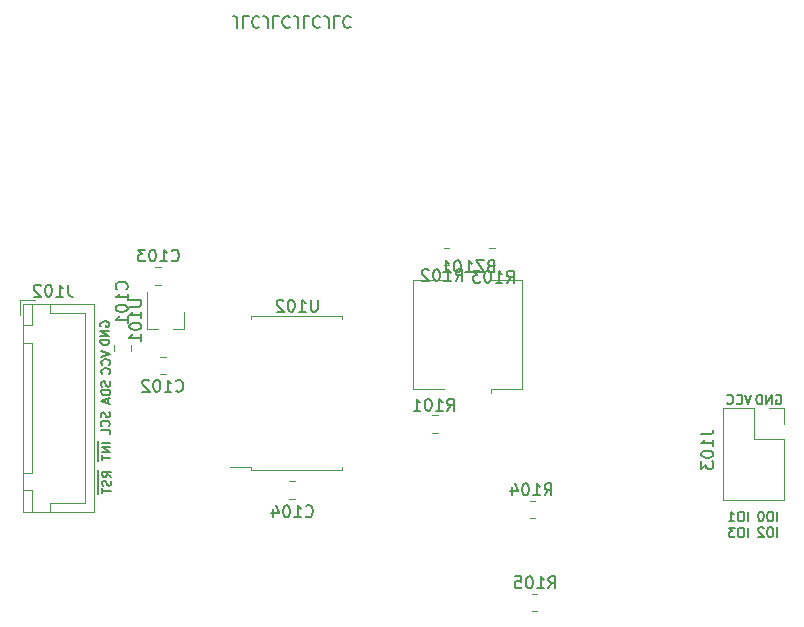
<source format=gbr>
%TF.GenerationSoftware,KiCad,Pcbnew,(5.1.8)-1*%
%TF.CreationDate,2021-01-01T19:26:51+01:00*%
%TF.ProjectId,Panel,50616e65-6c2e-46b6-9963-61645f706362,2*%
%TF.SameCoordinates,Original*%
%TF.FileFunction,Legend,Bot*%
%TF.FilePolarity,Positive*%
%FSLAX46Y46*%
G04 Gerber Fmt 4.6, Leading zero omitted, Abs format (unit mm)*
G04 Created by KiCad (PCBNEW (5.1.8)-1) date 2021-01-01 19:26:51*
%MOMM*%
%LPD*%
G01*
G04 APERTURE LIST*
%ADD10C,0.150000*%
%ADD11C,0.120000*%
G04 APERTURE END LIST*
D10*
X88446552Y-69191119D02*
X88446552Y-68476833D01*
X88398933Y-68333976D01*
X88303695Y-68238738D01*
X88160838Y-68191119D01*
X88065600Y-68191119D01*
X89398933Y-68191119D02*
X88922742Y-68191119D01*
X88922742Y-69191119D01*
X90303695Y-68286357D02*
X90256076Y-68238738D01*
X90113219Y-68191119D01*
X90017980Y-68191119D01*
X89875123Y-68238738D01*
X89779885Y-68333976D01*
X89732266Y-68429214D01*
X89684647Y-68619690D01*
X89684647Y-68762547D01*
X89732266Y-68953023D01*
X89779885Y-69048261D01*
X89875123Y-69143500D01*
X90017980Y-69191119D01*
X90113219Y-69191119D01*
X90256076Y-69143500D01*
X90303695Y-69095880D01*
X91017980Y-69191119D02*
X91017980Y-68476833D01*
X90970361Y-68333976D01*
X90875123Y-68238738D01*
X90732266Y-68191119D01*
X90637028Y-68191119D01*
X91970361Y-68191119D02*
X91494171Y-68191119D01*
X91494171Y-69191119D01*
X92875123Y-68286357D02*
X92827504Y-68238738D01*
X92684647Y-68191119D01*
X92589409Y-68191119D01*
X92446552Y-68238738D01*
X92351314Y-68333976D01*
X92303695Y-68429214D01*
X92256076Y-68619690D01*
X92256076Y-68762547D01*
X92303695Y-68953023D01*
X92351314Y-69048261D01*
X92446552Y-69143500D01*
X92589409Y-69191119D01*
X92684647Y-69191119D01*
X92827504Y-69143500D01*
X92875123Y-69095880D01*
X93589409Y-69191119D02*
X93589409Y-68476833D01*
X93541790Y-68333976D01*
X93446552Y-68238738D01*
X93303695Y-68191119D01*
X93208457Y-68191119D01*
X94541790Y-68191119D02*
X94065600Y-68191119D01*
X94065600Y-69191119D01*
X95446552Y-68286357D02*
X95398933Y-68238738D01*
X95256076Y-68191119D01*
X95160838Y-68191119D01*
X95017980Y-68238738D01*
X94922742Y-68333976D01*
X94875123Y-68429214D01*
X94827504Y-68619690D01*
X94827504Y-68762547D01*
X94875123Y-68953023D01*
X94922742Y-69048261D01*
X95017980Y-69143500D01*
X95160838Y-69191119D01*
X95256076Y-69191119D01*
X95398933Y-69143500D01*
X95446552Y-69095880D01*
X96160838Y-69191119D02*
X96160838Y-68476833D01*
X96113219Y-68333976D01*
X96017980Y-68238738D01*
X95875123Y-68191119D01*
X95779885Y-68191119D01*
X97113219Y-68191119D02*
X96637028Y-68191119D01*
X96637028Y-69191119D01*
X98017980Y-68286357D02*
X97970361Y-68238738D01*
X97827504Y-68191119D01*
X97732266Y-68191119D01*
X97589409Y-68238738D01*
X97494171Y-68333976D01*
X97446552Y-68429214D01*
X97398933Y-68619690D01*
X97398933Y-68762547D01*
X97446552Y-68953023D01*
X97494171Y-69048261D01*
X97589409Y-69143500D01*
X97732266Y-69191119D01*
X97827504Y-69191119D01*
X97970361Y-69143500D01*
X98017980Y-69095880D01*
X134045883Y-100275440D02*
X134122074Y-100237344D01*
X134236360Y-100237344D01*
X134350645Y-100275440D01*
X134426836Y-100351630D01*
X134464931Y-100427820D01*
X134503026Y-100580201D01*
X134503026Y-100694487D01*
X134464931Y-100846868D01*
X134426836Y-100923059D01*
X134350645Y-100999249D01*
X134236360Y-101037344D01*
X134160169Y-101037344D01*
X134045883Y-100999249D01*
X134007788Y-100961154D01*
X134007788Y-100694487D01*
X134160169Y-100694487D01*
X133664931Y-101037344D02*
X133664931Y-100237344D01*
X133207788Y-101037344D01*
X133207788Y-100237344D01*
X132826836Y-101037344D02*
X132826836Y-100237344D01*
X132636360Y-100237344D01*
X132522074Y-100275440D01*
X132445883Y-100351630D01*
X132407788Y-100427820D01*
X132369693Y-100580201D01*
X132369693Y-100694487D01*
X132407788Y-100846868D01*
X132445883Y-100923059D01*
X132522074Y-100999249D01*
X132636360Y-101037344D01*
X132826836Y-101037344D01*
X76674040Y-106622262D02*
X76674040Y-107372262D01*
X77748325Y-107229405D02*
X77391182Y-106979405D01*
X77748325Y-106800834D02*
X76998325Y-106800834D01*
X76998325Y-107086548D01*
X77034040Y-107157977D01*
X77069754Y-107193691D01*
X77141182Y-107229405D01*
X77248325Y-107229405D01*
X77319754Y-107193691D01*
X77355468Y-107157977D01*
X77391182Y-107086548D01*
X77391182Y-106800834D01*
X76674040Y-107372262D02*
X76674040Y-108086548D01*
X77712611Y-107515120D02*
X77748325Y-107622262D01*
X77748325Y-107800834D01*
X77712611Y-107872262D01*
X77676897Y-107907977D01*
X77605468Y-107943691D01*
X77534040Y-107943691D01*
X77462611Y-107907977D01*
X77426897Y-107872262D01*
X77391182Y-107800834D01*
X77355468Y-107657977D01*
X77319754Y-107586548D01*
X77284040Y-107550834D01*
X77212611Y-107515120D01*
X77141182Y-107515120D01*
X77069754Y-107550834D01*
X77034040Y-107586548D01*
X76998325Y-107657977D01*
X76998325Y-107836548D01*
X77034040Y-107943691D01*
X76674040Y-108086548D02*
X76674040Y-108657977D01*
X76998325Y-108157977D02*
X76998325Y-108586548D01*
X77748325Y-108372262D02*
X76998325Y-108372262D01*
X76618160Y-104171857D02*
X76618160Y-104529000D01*
X77692445Y-104350428D02*
X76942445Y-104350428D01*
X76618160Y-104529000D02*
X76618160Y-105314714D01*
X77692445Y-104707571D02*
X76942445Y-104707571D01*
X77692445Y-105136142D01*
X76942445Y-105136142D01*
X76618160Y-105314714D02*
X76618160Y-105886142D01*
X76942445Y-105386142D02*
X76942445Y-105814714D01*
X77692445Y-105600428D02*
X76942445Y-105600428D01*
X76881640Y-94470291D02*
X76845925Y-94398862D01*
X76845925Y-94291720D01*
X76881640Y-94184577D01*
X76953068Y-94113148D01*
X77024497Y-94077434D01*
X77167354Y-94041720D01*
X77274497Y-94041720D01*
X77417354Y-94077434D01*
X77488782Y-94113148D01*
X77560211Y-94184577D01*
X77595925Y-94291720D01*
X77595925Y-94363148D01*
X77560211Y-94470291D01*
X77524497Y-94506005D01*
X77274497Y-94506005D01*
X77274497Y-94363148D01*
X77595925Y-94827434D02*
X76845925Y-94827434D01*
X77595925Y-95256005D01*
X76845925Y-95256005D01*
X77595925Y-95613148D02*
X76845925Y-95613148D01*
X76845925Y-95791720D01*
X76881640Y-95898862D01*
X76953068Y-95970291D01*
X77024497Y-96006005D01*
X77167354Y-96041720D01*
X77274497Y-96041720D01*
X77417354Y-96006005D01*
X77488782Y-95970291D01*
X77560211Y-95898862D01*
X77595925Y-95791720D01*
X77595925Y-95613148D01*
X77626251Y-99124645D02*
X77661965Y-99231788D01*
X77661965Y-99410360D01*
X77626251Y-99481788D01*
X77590537Y-99517502D01*
X77519108Y-99553217D01*
X77447680Y-99553217D01*
X77376251Y-99517502D01*
X77340537Y-99481788D01*
X77304822Y-99410360D01*
X77269108Y-99267502D01*
X77233394Y-99196074D01*
X77197680Y-99160360D01*
X77126251Y-99124645D01*
X77054822Y-99124645D01*
X76983394Y-99160360D01*
X76947680Y-99196074D01*
X76911965Y-99267502D01*
X76911965Y-99446074D01*
X76947680Y-99553217D01*
X77661965Y-99874645D02*
X76911965Y-99874645D01*
X76911965Y-100053217D01*
X76947680Y-100160360D01*
X77019108Y-100231788D01*
X77090537Y-100267502D01*
X77233394Y-100303217D01*
X77340537Y-100303217D01*
X77483394Y-100267502D01*
X77554822Y-100231788D01*
X77626251Y-100160360D01*
X77661965Y-100053217D01*
X77661965Y-99874645D01*
X77447680Y-100588931D02*
X77447680Y-100946074D01*
X77661965Y-100517502D02*
X76911965Y-100767502D01*
X77661965Y-101017502D01*
X134165240Y-112287004D02*
X134165240Y-111487004D01*
X133631906Y-111487004D02*
X133479525Y-111487004D01*
X133403335Y-111525100D01*
X133327144Y-111601290D01*
X133289049Y-111753671D01*
X133289049Y-112020338D01*
X133327144Y-112172719D01*
X133403335Y-112248909D01*
X133479525Y-112287004D01*
X133631906Y-112287004D01*
X133708097Y-112248909D01*
X133784287Y-112172719D01*
X133822382Y-112020338D01*
X133822382Y-111753671D01*
X133784287Y-111601290D01*
X133708097Y-111525100D01*
X133631906Y-111487004D01*
X132984287Y-111563195D02*
X132946192Y-111525100D01*
X132870001Y-111487004D01*
X132679525Y-111487004D01*
X132603335Y-111525100D01*
X132565240Y-111563195D01*
X132527144Y-111639385D01*
X132527144Y-111715576D01*
X132565240Y-111829861D01*
X133022382Y-112287004D01*
X132527144Y-112287004D01*
X131676040Y-110938264D02*
X131676040Y-110138264D01*
X131142706Y-110138264D02*
X130990325Y-110138264D01*
X130914135Y-110176360D01*
X130837944Y-110252550D01*
X130799849Y-110404931D01*
X130799849Y-110671598D01*
X130837944Y-110823979D01*
X130914135Y-110900169D01*
X130990325Y-110938264D01*
X131142706Y-110938264D01*
X131218897Y-110900169D01*
X131295087Y-110823979D01*
X131333182Y-110671598D01*
X131333182Y-110404931D01*
X131295087Y-110252550D01*
X131218897Y-110176360D01*
X131142706Y-110138264D01*
X130037944Y-110938264D02*
X130495087Y-110938264D01*
X130266516Y-110938264D02*
X130266516Y-110138264D01*
X130342706Y-110252550D01*
X130418897Y-110328740D01*
X130495087Y-110366836D01*
X131686200Y-112299704D02*
X131686200Y-111499704D01*
X131152866Y-111499704D02*
X131000485Y-111499704D01*
X130924295Y-111537800D01*
X130848104Y-111613990D01*
X130810009Y-111766371D01*
X130810009Y-112033038D01*
X130848104Y-112185419D01*
X130924295Y-112261609D01*
X131000485Y-112299704D01*
X131152866Y-112299704D01*
X131229057Y-112261609D01*
X131305247Y-112185419D01*
X131343342Y-112033038D01*
X131343342Y-111766371D01*
X131305247Y-111613990D01*
X131229057Y-111537800D01*
X131152866Y-111499704D01*
X130543342Y-111499704D02*
X130048104Y-111499704D01*
X130314771Y-111804466D01*
X130200485Y-111804466D01*
X130124295Y-111842561D01*
X130086200Y-111880657D01*
X130048104Y-111956847D01*
X130048104Y-112147323D01*
X130086200Y-112223514D01*
X130124295Y-112261609D01*
X130200485Y-112299704D01*
X130429057Y-112299704D01*
X130505247Y-112261609D01*
X130543342Y-112223514D01*
X131963026Y-100232264D02*
X131696360Y-101032264D01*
X131429693Y-100232264D01*
X130705883Y-100956074D02*
X130743979Y-100994169D01*
X130858264Y-101032264D01*
X130934455Y-101032264D01*
X131048740Y-100994169D01*
X131124931Y-100917979D01*
X131163026Y-100841788D01*
X131201121Y-100689407D01*
X131201121Y-100575121D01*
X131163026Y-100422740D01*
X131124931Y-100346550D01*
X131048740Y-100270360D01*
X130934455Y-100232264D01*
X130858264Y-100232264D01*
X130743979Y-100270360D01*
X130705883Y-100308455D01*
X129905883Y-100956074D02*
X129943979Y-100994169D01*
X130058264Y-101032264D01*
X130134455Y-101032264D01*
X130248740Y-100994169D01*
X130324931Y-100917979D01*
X130363026Y-100841788D01*
X130401121Y-100689407D01*
X130401121Y-100575121D01*
X130363026Y-100422740D01*
X130324931Y-100346550D01*
X130248740Y-100270360D01*
X130134455Y-100232264D01*
X130058264Y-100232264D01*
X129943979Y-100270360D01*
X129905883Y-100308455D01*
X76911965Y-96536000D02*
X77661965Y-96786000D01*
X76911965Y-97036000D01*
X77590537Y-97714571D02*
X77626251Y-97678857D01*
X77661965Y-97571714D01*
X77661965Y-97500285D01*
X77626251Y-97393142D01*
X77554822Y-97321714D01*
X77483394Y-97286000D01*
X77340537Y-97250285D01*
X77233394Y-97250285D01*
X77090537Y-97286000D01*
X77019108Y-97321714D01*
X76947680Y-97393142D01*
X76911965Y-97500285D01*
X76911965Y-97571714D01*
X76947680Y-97678857D01*
X76983394Y-97714571D01*
X77590537Y-98464571D02*
X77626251Y-98428857D01*
X77661965Y-98321714D01*
X77661965Y-98250285D01*
X77626251Y-98143142D01*
X77554822Y-98071714D01*
X77483394Y-98036000D01*
X77340537Y-98000285D01*
X77233394Y-98000285D01*
X77090537Y-98036000D01*
X77019108Y-98071714D01*
X76947680Y-98143142D01*
X76911965Y-98250285D01*
X76911965Y-98321714D01*
X76947680Y-98428857D01*
X76983394Y-98464571D01*
X134165240Y-110938264D02*
X134165240Y-110138264D01*
X133631906Y-110138264D02*
X133479525Y-110138264D01*
X133403335Y-110176360D01*
X133327144Y-110252550D01*
X133289049Y-110404931D01*
X133289049Y-110671598D01*
X133327144Y-110823979D01*
X133403335Y-110900169D01*
X133479525Y-110938264D01*
X133631906Y-110938264D01*
X133708097Y-110900169D01*
X133784287Y-110823979D01*
X133822382Y-110671598D01*
X133822382Y-110404931D01*
X133784287Y-110252550D01*
X133708097Y-110176360D01*
X133631906Y-110138264D01*
X132793811Y-110138264D02*
X132717620Y-110138264D01*
X132641430Y-110176360D01*
X132603335Y-110214455D01*
X132565240Y-110290645D01*
X132527144Y-110443026D01*
X132527144Y-110633502D01*
X132565240Y-110785883D01*
X132603335Y-110862074D01*
X132641430Y-110900169D01*
X132717620Y-110938264D01*
X132793811Y-110938264D01*
X132870001Y-110900169D01*
X132908097Y-110862074D01*
X132946192Y-110785883D01*
X132984287Y-110633502D01*
X132984287Y-110443026D01*
X132946192Y-110290645D01*
X132908097Y-110214455D01*
X132870001Y-110176360D01*
X132793811Y-110138264D01*
X77595771Y-101723142D02*
X77631485Y-101830285D01*
X77631485Y-102008857D01*
X77595771Y-102080285D01*
X77560057Y-102116000D01*
X77488628Y-102151714D01*
X77417200Y-102151714D01*
X77345771Y-102116000D01*
X77310057Y-102080285D01*
X77274342Y-102008857D01*
X77238628Y-101866000D01*
X77202914Y-101794571D01*
X77167200Y-101758857D01*
X77095771Y-101723142D01*
X77024342Y-101723142D01*
X76952914Y-101758857D01*
X76917200Y-101794571D01*
X76881485Y-101866000D01*
X76881485Y-102044571D01*
X76917200Y-102151714D01*
X77560057Y-102901714D02*
X77595771Y-102866000D01*
X77631485Y-102758857D01*
X77631485Y-102687428D01*
X77595771Y-102580285D01*
X77524342Y-102508857D01*
X77452914Y-102473142D01*
X77310057Y-102437428D01*
X77202914Y-102437428D01*
X77060057Y-102473142D01*
X76988628Y-102508857D01*
X76917200Y-102580285D01*
X76881485Y-102687428D01*
X76881485Y-102758857D01*
X76917200Y-102866000D01*
X76952914Y-102901714D01*
X77631485Y-103580285D02*
X77631485Y-103223142D01*
X76881485Y-103223142D01*
D11*
%TO.C,U101*%
X83926800Y-94689200D02*
X83926800Y-93229200D01*
X80766800Y-94689200D02*
X80766800Y-91529200D01*
X80766800Y-94689200D02*
X81696800Y-94689200D01*
X83926800Y-94689200D02*
X82996800Y-94689200D01*
%TO.C,R103*%
X110234464Y-87809400D02*
X109780336Y-87809400D01*
X110234464Y-89279400D02*
X109780336Y-89279400D01*
%TO.C,R102*%
X106389664Y-87809400D02*
X105935536Y-87809400D01*
X106389664Y-89279400D02*
X105935536Y-89279400D01*
%TO.C,J102*%
X70311000Y-92537600D02*
X76281000Y-92537600D01*
X76281000Y-92537600D02*
X76281000Y-110157600D01*
X76281000Y-110157600D02*
X70311000Y-110157600D01*
X70311000Y-110157600D02*
X70311000Y-92537600D01*
X70321000Y-95847600D02*
X71071000Y-95847600D01*
X71071000Y-95847600D02*
X71071000Y-106847600D01*
X71071000Y-106847600D02*
X70321000Y-106847600D01*
X70321000Y-106847600D02*
X70321000Y-95847600D01*
X70321000Y-92547600D02*
X71071000Y-92547600D01*
X71071000Y-92547600D02*
X71071000Y-94347600D01*
X71071000Y-94347600D02*
X70321000Y-94347600D01*
X70321000Y-94347600D02*
X70321000Y-92547600D01*
X70321000Y-108347600D02*
X71071000Y-108347600D01*
X71071000Y-108347600D02*
X71071000Y-110147600D01*
X71071000Y-110147600D02*
X70321000Y-110147600D01*
X70321000Y-110147600D02*
X70321000Y-108347600D01*
X72571000Y-92547600D02*
X72571000Y-93297600D01*
X72571000Y-93297600D02*
X75521000Y-93297600D01*
X75521000Y-93297600D02*
X75521000Y-101347600D01*
X72571000Y-110147600D02*
X72571000Y-109397600D01*
X72571000Y-109397600D02*
X75521000Y-109397600D01*
X75521000Y-109397600D02*
X75521000Y-101347600D01*
X70021000Y-93497600D02*
X70021000Y-92247600D01*
X70021000Y-92247600D02*
X71271000Y-92247600D01*
%TO.C,C101*%
X79449600Y-96578052D02*
X79449600Y-96055548D01*
X77979600Y-96578052D02*
X77979600Y-96055548D01*
%TO.C,BZ101*%
X109884600Y-99758400D02*
X112534600Y-99758400D01*
X112534600Y-99758400D02*
X112534600Y-90538400D01*
X112534600Y-90538400D02*
X109884600Y-90538400D01*
X105964600Y-90538400D02*
X103314600Y-90538400D01*
X103314600Y-90538400D02*
X103314600Y-99758400D01*
X103314600Y-99758400D02*
X105964600Y-99758400D01*
X109884600Y-99758400D02*
X109884600Y-100088400D01*
%TO.C,R101*%
X104928936Y-103478000D02*
X105383064Y-103478000D01*
X104928936Y-102008000D02*
X105383064Y-102008000D01*
%TO.C,U102*%
X89612000Y-106351000D02*
X87797000Y-106351000D01*
X89612000Y-106586000D02*
X89612000Y-106351000D01*
X93472000Y-106586000D02*
X89612000Y-106586000D01*
X97332000Y-106586000D02*
X97332000Y-106351000D01*
X93472000Y-106586000D02*
X97332000Y-106586000D01*
X89612000Y-93566000D02*
X89612000Y-93801000D01*
X93472000Y-93566000D02*
X89612000Y-93566000D01*
X97332000Y-93566000D02*
X97332000Y-93801000D01*
X93472000Y-93566000D02*
X97332000Y-93566000D01*
%TO.C,C104*%
X93326852Y-107570600D02*
X92804348Y-107570600D01*
X93326852Y-109040600D02*
X92804348Y-109040600D01*
%TO.C,C103*%
X82011152Y-89460400D02*
X81488648Y-89460400D01*
X82011152Y-90930400D02*
X81488648Y-90930400D01*
%TO.C,C102*%
X81856948Y-98499600D02*
X82379452Y-98499600D01*
X81856948Y-97029600D02*
X82379452Y-97029600D01*
%TO.C,R104*%
X113183936Y-110691600D02*
X113638064Y-110691600D01*
X113183936Y-109221600D02*
X113638064Y-109221600D01*
%TO.C,J103*%
X134743500Y-109153000D02*
X129543500Y-109153000D01*
X134743500Y-104013000D02*
X134743500Y-109153000D01*
X129543500Y-101413000D02*
X129543500Y-109153000D01*
X134743500Y-104013000D02*
X132143500Y-104013000D01*
X132143500Y-104013000D02*
X132143500Y-101413000D01*
X132143500Y-101413000D02*
X129543500Y-101413000D01*
X134743500Y-102743000D02*
X134743500Y-101413000D01*
X134743500Y-101413000D02*
X133413500Y-101413000D01*
%TO.C,R105*%
X113361736Y-118591000D02*
X113815864Y-118591000D01*
X113361736Y-117121000D02*
X113815864Y-117121000D01*
%TO.C,U101*%
D10*
X79299180Y-92214914D02*
X80108704Y-92214914D01*
X80203942Y-92262533D01*
X80251561Y-92310152D01*
X80299180Y-92405390D01*
X80299180Y-92595866D01*
X80251561Y-92691104D01*
X80203942Y-92738723D01*
X80108704Y-92786342D01*
X79299180Y-92786342D01*
X80299180Y-93786342D02*
X80299180Y-93214914D01*
X80299180Y-93500628D02*
X79299180Y-93500628D01*
X79442038Y-93405390D01*
X79537276Y-93310152D01*
X79584895Y-93214914D01*
X79299180Y-94405390D02*
X79299180Y-94500628D01*
X79346800Y-94595866D01*
X79394419Y-94643485D01*
X79489657Y-94691104D01*
X79680133Y-94738723D01*
X79918228Y-94738723D01*
X80108704Y-94691104D01*
X80203942Y-94643485D01*
X80251561Y-94595866D01*
X80299180Y-94500628D01*
X80299180Y-94405390D01*
X80251561Y-94310152D01*
X80203942Y-94262533D01*
X80108704Y-94214914D01*
X79918228Y-94167295D01*
X79680133Y-94167295D01*
X79489657Y-94214914D01*
X79394419Y-94262533D01*
X79346800Y-94310152D01*
X79299180Y-94405390D01*
X80299180Y-95691104D02*
X80299180Y-95119676D01*
X80299180Y-95405390D02*
X79299180Y-95405390D01*
X79442038Y-95310152D01*
X79537276Y-95214914D01*
X79584895Y-95119676D01*
%TO.C,R103*%
X111253447Y-90749380D02*
X111586780Y-90273190D01*
X111824876Y-90749380D02*
X111824876Y-89749380D01*
X111443923Y-89749380D01*
X111348685Y-89797000D01*
X111301066Y-89844619D01*
X111253447Y-89939857D01*
X111253447Y-90082714D01*
X111301066Y-90177952D01*
X111348685Y-90225571D01*
X111443923Y-90273190D01*
X111824876Y-90273190D01*
X110301066Y-90749380D02*
X110872495Y-90749380D01*
X110586780Y-90749380D02*
X110586780Y-89749380D01*
X110682019Y-89892238D01*
X110777257Y-89987476D01*
X110872495Y-90035095D01*
X109682019Y-89749380D02*
X109586780Y-89749380D01*
X109491542Y-89797000D01*
X109443923Y-89844619D01*
X109396304Y-89939857D01*
X109348685Y-90130333D01*
X109348685Y-90368428D01*
X109396304Y-90558904D01*
X109443923Y-90654142D01*
X109491542Y-90701761D01*
X109586780Y-90749380D01*
X109682019Y-90749380D01*
X109777257Y-90701761D01*
X109824876Y-90654142D01*
X109872495Y-90558904D01*
X109920114Y-90368428D01*
X109920114Y-90130333D01*
X109872495Y-89939857D01*
X109824876Y-89844619D01*
X109777257Y-89797000D01*
X109682019Y-89749380D01*
X109015352Y-89749380D02*
X108396304Y-89749380D01*
X108729638Y-90130333D01*
X108586780Y-90130333D01*
X108491542Y-90177952D01*
X108443923Y-90225571D01*
X108396304Y-90320809D01*
X108396304Y-90558904D01*
X108443923Y-90654142D01*
X108491542Y-90701761D01*
X108586780Y-90749380D01*
X108872495Y-90749380D01*
X108967733Y-90701761D01*
X109015352Y-90654142D01*
%TO.C,R102*%
X106910047Y-90622380D02*
X107243380Y-90146190D01*
X107481476Y-90622380D02*
X107481476Y-89622380D01*
X107100523Y-89622380D01*
X107005285Y-89670000D01*
X106957666Y-89717619D01*
X106910047Y-89812857D01*
X106910047Y-89955714D01*
X106957666Y-90050952D01*
X107005285Y-90098571D01*
X107100523Y-90146190D01*
X107481476Y-90146190D01*
X105957666Y-90622380D02*
X106529095Y-90622380D01*
X106243380Y-90622380D02*
X106243380Y-89622380D01*
X106338619Y-89765238D01*
X106433857Y-89860476D01*
X106529095Y-89908095D01*
X105338619Y-89622380D02*
X105243380Y-89622380D01*
X105148142Y-89670000D01*
X105100523Y-89717619D01*
X105052904Y-89812857D01*
X105005285Y-90003333D01*
X105005285Y-90241428D01*
X105052904Y-90431904D01*
X105100523Y-90527142D01*
X105148142Y-90574761D01*
X105243380Y-90622380D01*
X105338619Y-90622380D01*
X105433857Y-90574761D01*
X105481476Y-90527142D01*
X105529095Y-90431904D01*
X105576714Y-90241428D01*
X105576714Y-90003333D01*
X105529095Y-89812857D01*
X105481476Y-89717619D01*
X105433857Y-89670000D01*
X105338619Y-89622380D01*
X104624333Y-89717619D02*
X104576714Y-89670000D01*
X104481476Y-89622380D01*
X104243380Y-89622380D01*
X104148142Y-89670000D01*
X104100523Y-89717619D01*
X104052904Y-89812857D01*
X104052904Y-89908095D01*
X104100523Y-90050952D01*
X104671952Y-90622380D01*
X104052904Y-90622380D01*
%TO.C,J102*%
X74107514Y-90943180D02*
X74107514Y-91657466D01*
X74155133Y-91800323D01*
X74250371Y-91895561D01*
X74393228Y-91943180D01*
X74488466Y-91943180D01*
X73107514Y-91943180D02*
X73678942Y-91943180D01*
X73393228Y-91943180D02*
X73393228Y-90943180D01*
X73488466Y-91086038D01*
X73583704Y-91181276D01*
X73678942Y-91228895D01*
X72488466Y-90943180D02*
X72393228Y-90943180D01*
X72297990Y-90990800D01*
X72250371Y-91038419D01*
X72202752Y-91133657D01*
X72155133Y-91324133D01*
X72155133Y-91562228D01*
X72202752Y-91752704D01*
X72250371Y-91847942D01*
X72297990Y-91895561D01*
X72393228Y-91943180D01*
X72488466Y-91943180D01*
X72583704Y-91895561D01*
X72631323Y-91847942D01*
X72678942Y-91752704D01*
X72726561Y-91562228D01*
X72726561Y-91324133D01*
X72678942Y-91133657D01*
X72631323Y-91038419D01*
X72583704Y-90990800D01*
X72488466Y-90943180D01*
X71774180Y-91038419D02*
X71726561Y-90990800D01*
X71631323Y-90943180D01*
X71393228Y-90943180D01*
X71297990Y-90990800D01*
X71250371Y-91038419D01*
X71202752Y-91133657D01*
X71202752Y-91228895D01*
X71250371Y-91371752D01*
X71821800Y-91943180D01*
X71202752Y-91943180D01*
%TO.C,C101*%
X79046342Y-91311552D02*
X79093961Y-91263933D01*
X79141580Y-91121076D01*
X79141580Y-91025838D01*
X79093961Y-90882980D01*
X78998723Y-90787742D01*
X78903485Y-90740123D01*
X78713009Y-90692504D01*
X78570152Y-90692504D01*
X78379676Y-90740123D01*
X78284438Y-90787742D01*
X78189200Y-90882980D01*
X78141580Y-91025838D01*
X78141580Y-91121076D01*
X78189200Y-91263933D01*
X78236819Y-91311552D01*
X79141580Y-92263933D02*
X79141580Y-91692504D01*
X79141580Y-91978219D02*
X78141580Y-91978219D01*
X78284438Y-91882980D01*
X78379676Y-91787742D01*
X78427295Y-91692504D01*
X78141580Y-92882980D02*
X78141580Y-92978219D01*
X78189200Y-93073457D01*
X78236819Y-93121076D01*
X78332057Y-93168695D01*
X78522533Y-93216314D01*
X78760628Y-93216314D01*
X78951104Y-93168695D01*
X79046342Y-93121076D01*
X79093961Y-93073457D01*
X79141580Y-92978219D01*
X79141580Y-92882980D01*
X79093961Y-92787742D01*
X79046342Y-92740123D01*
X78951104Y-92692504D01*
X78760628Y-92644885D01*
X78522533Y-92644885D01*
X78332057Y-92692504D01*
X78236819Y-92740123D01*
X78189200Y-92787742D01*
X78141580Y-92882980D01*
X79141580Y-94168695D02*
X79141580Y-93597266D01*
X79141580Y-93882980D02*
X78141580Y-93882980D01*
X78284438Y-93787742D01*
X78379676Y-93692504D01*
X78427295Y-93597266D01*
%TO.C,BZ101*%
X109864613Y-89351811D02*
X109721756Y-89399430D01*
X109674137Y-89447049D01*
X109626518Y-89542287D01*
X109626518Y-89685144D01*
X109674137Y-89780382D01*
X109721756Y-89828001D01*
X109816994Y-89875620D01*
X110197946Y-89875620D01*
X110197946Y-88875620D01*
X109864613Y-88875620D01*
X109769375Y-88923240D01*
X109721756Y-88970859D01*
X109674137Y-89066097D01*
X109674137Y-89161335D01*
X109721756Y-89256573D01*
X109769375Y-89304192D01*
X109864613Y-89351811D01*
X110197946Y-89351811D01*
X109293184Y-88875620D02*
X108626518Y-88875620D01*
X109293184Y-89875620D01*
X108626518Y-89875620D01*
X107721756Y-89875620D02*
X108293184Y-89875620D01*
X108007470Y-89875620D02*
X108007470Y-88875620D01*
X108102708Y-89018478D01*
X108197946Y-89113716D01*
X108293184Y-89161335D01*
X107102708Y-88875620D02*
X107007470Y-88875620D01*
X106912232Y-88923240D01*
X106864613Y-88970859D01*
X106816994Y-89066097D01*
X106769375Y-89256573D01*
X106769375Y-89494668D01*
X106816994Y-89685144D01*
X106864613Y-89780382D01*
X106912232Y-89828001D01*
X107007470Y-89875620D01*
X107102708Y-89875620D01*
X107197946Y-89828001D01*
X107245565Y-89780382D01*
X107293184Y-89685144D01*
X107340803Y-89494668D01*
X107340803Y-89256573D01*
X107293184Y-89066097D01*
X107245565Y-88970859D01*
X107197946Y-88923240D01*
X107102708Y-88875620D01*
X105816994Y-89875620D02*
X106388422Y-89875620D01*
X106102708Y-89875620D02*
X106102708Y-88875620D01*
X106197946Y-89018478D01*
X106293184Y-89113716D01*
X106388422Y-89161335D01*
%TO.C,R101*%
X106214087Y-101605340D02*
X106547420Y-101129150D01*
X106785516Y-101605340D02*
X106785516Y-100605340D01*
X106404563Y-100605340D01*
X106309325Y-100652960D01*
X106261706Y-100700579D01*
X106214087Y-100795817D01*
X106214087Y-100938674D01*
X106261706Y-101033912D01*
X106309325Y-101081531D01*
X106404563Y-101129150D01*
X106785516Y-101129150D01*
X105261706Y-101605340D02*
X105833135Y-101605340D01*
X105547420Y-101605340D02*
X105547420Y-100605340D01*
X105642659Y-100748198D01*
X105737897Y-100843436D01*
X105833135Y-100891055D01*
X104642659Y-100605340D02*
X104547420Y-100605340D01*
X104452182Y-100652960D01*
X104404563Y-100700579D01*
X104356944Y-100795817D01*
X104309325Y-100986293D01*
X104309325Y-101224388D01*
X104356944Y-101414864D01*
X104404563Y-101510102D01*
X104452182Y-101557721D01*
X104547420Y-101605340D01*
X104642659Y-101605340D01*
X104737897Y-101557721D01*
X104785516Y-101510102D01*
X104833135Y-101414864D01*
X104880754Y-101224388D01*
X104880754Y-100986293D01*
X104833135Y-100795817D01*
X104785516Y-100700579D01*
X104737897Y-100652960D01*
X104642659Y-100605340D01*
X103356944Y-101605340D02*
X103928373Y-101605340D01*
X103642659Y-101605340D02*
X103642659Y-100605340D01*
X103737897Y-100748198D01*
X103833135Y-100843436D01*
X103928373Y-100891055D01*
%TO.C,U102*%
X95226925Y-92203020D02*
X95226925Y-93012544D01*
X95179306Y-93107782D01*
X95131687Y-93155401D01*
X95036449Y-93203020D01*
X94845973Y-93203020D01*
X94750735Y-93155401D01*
X94703116Y-93107782D01*
X94655497Y-93012544D01*
X94655497Y-92203020D01*
X93655497Y-93203020D02*
X94226925Y-93203020D01*
X93941211Y-93203020D02*
X93941211Y-92203020D01*
X94036449Y-92345878D01*
X94131687Y-92441116D01*
X94226925Y-92488735D01*
X93036449Y-92203020D02*
X92941211Y-92203020D01*
X92845973Y-92250640D01*
X92798354Y-92298259D01*
X92750735Y-92393497D01*
X92703116Y-92583973D01*
X92703116Y-92822068D01*
X92750735Y-93012544D01*
X92798354Y-93107782D01*
X92845973Y-93155401D01*
X92941211Y-93203020D01*
X93036449Y-93203020D01*
X93131687Y-93155401D01*
X93179306Y-93107782D01*
X93226925Y-93012544D01*
X93274544Y-92822068D01*
X93274544Y-92583973D01*
X93226925Y-92393497D01*
X93179306Y-92298259D01*
X93131687Y-92250640D01*
X93036449Y-92203020D01*
X92322163Y-92298259D02*
X92274544Y-92250640D01*
X92179306Y-92203020D01*
X91941211Y-92203020D01*
X91845973Y-92250640D01*
X91798354Y-92298259D01*
X91750735Y-92393497D01*
X91750735Y-92488735D01*
X91798354Y-92631592D01*
X92369782Y-93203020D01*
X91750735Y-93203020D01*
%TO.C,C104*%
X94210047Y-110516942D02*
X94257666Y-110564561D01*
X94400523Y-110612180D01*
X94495761Y-110612180D01*
X94638619Y-110564561D01*
X94733857Y-110469323D01*
X94781476Y-110374085D01*
X94829095Y-110183609D01*
X94829095Y-110040752D01*
X94781476Y-109850276D01*
X94733857Y-109755038D01*
X94638619Y-109659800D01*
X94495761Y-109612180D01*
X94400523Y-109612180D01*
X94257666Y-109659800D01*
X94210047Y-109707419D01*
X93257666Y-110612180D02*
X93829095Y-110612180D01*
X93543380Y-110612180D02*
X93543380Y-109612180D01*
X93638619Y-109755038D01*
X93733857Y-109850276D01*
X93829095Y-109897895D01*
X92638619Y-109612180D02*
X92543380Y-109612180D01*
X92448142Y-109659800D01*
X92400523Y-109707419D01*
X92352904Y-109802657D01*
X92305285Y-109993133D01*
X92305285Y-110231228D01*
X92352904Y-110421704D01*
X92400523Y-110516942D01*
X92448142Y-110564561D01*
X92543380Y-110612180D01*
X92638619Y-110612180D01*
X92733857Y-110564561D01*
X92781476Y-110516942D01*
X92829095Y-110421704D01*
X92876714Y-110231228D01*
X92876714Y-109993133D01*
X92829095Y-109802657D01*
X92781476Y-109707419D01*
X92733857Y-109659800D01*
X92638619Y-109612180D01*
X91448142Y-109945514D02*
X91448142Y-110612180D01*
X91686238Y-109564561D02*
X91924333Y-110278847D01*
X91305285Y-110278847D01*
%TO.C,C103*%
X82868947Y-88872542D02*
X82916566Y-88920161D01*
X83059423Y-88967780D01*
X83154661Y-88967780D01*
X83297519Y-88920161D01*
X83392757Y-88824923D01*
X83440376Y-88729685D01*
X83487995Y-88539209D01*
X83487995Y-88396352D01*
X83440376Y-88205876D01*
X83392757Y-88110638D01*
X83297519Y-88015400D01*
X83154661Y-87967780D01*
X83059423Y-87967780D01*
X82916566Y-88015400D01*
X82868947Y-88063019D01*
X81916566Y-88967780D02*
X82487995Y-88967780D01*
X82202280Y-88967780D02*
X82202280Y-87967780D01*
X82297519Y-88110638D01*
X82392757Y-88205876D01*
X82487995Y-88253495D01*
X81297519Y-87967780D02*
X81202280Y-87967780D01*
X81107042Y-88015400D01*
X81059423Y-88063019D01*
X81011804Y-88158257D01*
X80964185Y-88348733D01*
X80964185Y-88586828D01*
X81011804Y-88777304D01*
X81059423Y-88872542D01*
X81107042Y-88920161D01*
X81202280Y-88967780D01*
X81297519Y-88967780D01*
X81392757Y-88920161D01*
X81440376Y-88872542D01*
X81487995Y-88777304D01*
X81535614Y-88586828D01*
X81535614Y-88348733D01*
X81487995Y-88158257D01*
X81440376Y-88063019D01*
X81392757Y-88015400D01*
X81297519Y-87967780D01*
X80630852Y-87967780D02*
X80011804Y-87967780D01*
X80345138Y-88348733D01*
X80202280Y-88348733D01*
X80107042Y-88396352D01*
X80059423Y-88443971D01*
X80011804Y-88539209D01*
X80011804Y-88777304D01*
X80059423Y-88872542D01*
X80107042Y-88920161D01*
X80202280Y-88967780D01*
X80487995Y-88967780D01*
X80583233Y-88920161D01*
X80630852Y-88872542D01*
%TO.C,C102*%
X83237247Y-99899742D02*
X83284866Y-99947361D01*
X83427723Y-99994980D01*
X83522961Y-99994980D01*
X83665819Y-99947361D01*
X83761057Y-99852123D01*
X83808676Y-99756885D01*
X83856295Y-99566409D01*
X83856295Y-99423552D01*
X83808676Y-99233076D01*
X83761057Y-99137838D01*
X83665819Y-99042600D01*
X83522961Y-98994980D01*
X83427723Y-98994980D01*
X83284866Y-99042600D01*
X83237247Y-99090219D01*
X82284866Y-99994980D02*
X82856295Y-99994980D01*
X82570580Y-99994980D02*
X82570580Y-98994980D01*
X82665819Y-99137838D01*
X82761057Y-99233076D01*
X82856295Y-99280695D01*
X81665819Y-98994980D02*
X81570580Y-98994980D01*
X81475342Y-99042600D01*
X81427723Y-99090219D01*
X81380104Y-99185457D01*
X81332485Y-99375933D01*
X81332485Y-99614028D01*
X81380104Y-99804504D01*
X81427723Y-99899742D01*
X81475342Y-99947361D01*
X81570580Y-99994980D01*
X81665819Y-99994980D01*
X81761057Y-99947361D01*
X81808676Y-99899742D01*
X81856295Y-99804504D01*
X81903914Y-99614028D01*
X81903914Y-99375933D01*
X81856295Y-99185457D01*
X81808676Y-99090219D01*
X81761057Y-99042600D01*
X81665819Y-98994980D01*
X80951533Y-99090219D02*
X80903914Y-99042600D01*
X80808676Y-98994980D01*
X80570580Y-98994980D01*
X80475342Y-99042600D01*
X80427723Y-99090219D01*
X80380104Y-99185457D01*
X80380104Y-99280695D01*
X80427723Y-99423552D01*
X80999152Y-99994980D01*
X80380104Y-99994980D01*
%TO.C,R104*%
X114443687Y-108763060D02*
X114777020Y-108286870D01*
X115015116Y-108763060D02*
X115015116Y-107763060D01*
X114634163Y-107763060D01*
X114538925Y-107810680D01*
X114491306Y-107858299D01*
X114443687Y-107953537D01*
X114443687Y-108096394D01*
X114491306Y-108191632D01*
X114538925Y-108239251D01*
X114634163Y-108286870D01*
X115015116Y-108286870D01*
X113491306Y-108763060D02*
X114062735Y-108763060D01*
X113777020Y-108763060D02*
X113777020Y-107763060D01*
X113872259Y-107905918D01*
X113967497Y-108001156D01*
X114062735Y-108048775D01*
X112872259Y-107763060D02*
X112777020Y-107763060D01*
X112681782Y-107810680D01*
X112634163Y-107858299D01*
X112586544Y-107953537D01*
X112538925Y-108144013D01*
X112538925Y-108382108D01*
X112586544Y-108572584D01*
X112634163Y-108667822D01*
X112681782Y-108715441D01*
X112777020Y-108763060D01*
X112872259Y-108763060D01*
X112967497Y-108715441D01*
X113015116Y-108667822D01*
X113062735Y-108572584D01*
X113110354Y-108382108D01*
X113110354Y-108144013D01*
X113062735Y-107953537D01*
X113015116Y-107858299D01*
X112967497Y-107810680D01*
X112872259Y-107763060D01*
X111681782Y-108096394D02*
X111681782Y-108763060D01*
X111919878Y-107715441D02*
X112157973Y-108429727D01*
X111538925Y-108429727D01*
%TO.C,J103*%
X127722380Y-103616285D02*
X128436666Y-103616285D01*
X128579523Y-103568666D01*
X128674761Y-103473428D01*
X128722380Y-103330571D01*
X128722380Y-103235333D01*
X128722380Y-104616285D02*
X128722380Y-104044857D01*
X128722380Y-104330571D02*
X127722380Y-104330571D01*
X127865238Y-104235333D01*
X127960476Y-104140095D01*
X128008095Y-104044857D01*
X127722380Y-105235333D02*
X127722380Y-105330571D01*
X127770000Y-105425809D01*
X127817619Y-105473428D01*
X127912857Y-105521047D01*
X128103333Y-105568666D01*
X128341428Y-105568666D01*
X128531904Y-105521047D01*
X128627142Y-105473428D01*
X128674761Y-105425809D01*
X128722380Y-105330571D01*
X128722380Y-105235333D01*
X128674761Y-105140095D01*
X128627142Y-105092476D01*
X128531904Y-105044857D01*
X128341428Y-104997238D01*
X128103333Y-104997238D01*
X127912857Y-105044857D01*
X127817619Y-105092476D01*
X127770000Y-105140095D01*
X127722380Y-105235333D01*
X127722380Y-105902000D02*
X127722380Y-106521047D01*
X128103333Y-106187714D01*
X128103333Y-106330571D01*
X128150952Y-106425809D01*
X128198571Y-106473428D01*
X128293809Y-106521047D01*
X128531904Y-106521047D01*
X128627142Y-106473428D01*
X128674761Y-106425809D01*
X128722380Y-106330571D01*
X128722380Y-106044857D01*
X128674761Y-105949619D01*
X128627142Y-105902000D01*
%TO.C,R105*%
X114768807Y-116631980D02*
X115102140Y-116155790D01*
X115340236Y-116631980D02*
X115340236Y-115631980D01*
X114959283Y-115631980D01*
X114864045Y-115679600D01*
X114816426Y-115727219D01*
X114768807Y-115822457D01*
X114768807Y-115965314D01*
X114816426Y-116060552D01*
X114864045Y-116108171D01*
X114959283Y-116155790D01*
X115340236Y-116155790D01*
X113816426Y-116631980D02*
X114387855Y-116631980D01*
X114102140Y-116631980D02*
X114102140Y-115631980D01*
X114197379Y-115774838D01*
X114292617Y-115870076D01*
X114387855Y-115917695D01*
X113197379Y-115631980D02*
X113102140Y-115631980D01*
X113006902Y-115679600D01*
X112959283Y-115727219D01*
X112911664Y-115822457D01*
X112864045Y-116012933D01*
X112864045Y-116251028D01*
X112911664Y-116441504D01*
X112959283Y-116536742D01*
X113006902Y-116584361D01*
X113102140Y-116631980D01*
X113197379Y-116631980D01*
X113292617Y-116584361D01*
X113340236Y-116536742D01*
X113387855Y-116441504D01*
X113435474Y-116251028D01*
X113435474Y-116012933D01*
X113387855Y-115822457D01*
X113340236Y-115727219D01*
X113292617Y-115679600D01*
X113197379Y-115631980D01*
X111959283Y-115631980D02*
X112435474Y-115631980D01*
X112483093Y-116108171D01*
X112435474Y-116060552D01*
X112340236Y-116012933D01*
X112102140Y-116012933D01*
X112006902Y-116060552D01*
X111959283Y-116108171D01*
X111911664Y-116203409D01*
X111911664Y-116441504D01*
X111959283Y-116536742D01*
X112006902Y-116584361D01*
X112102140Y-116631980D01*
X112340236Y-116631980D01*
X112435474Y-116584361D01*
X112483093Y-116536742D01*
%TD*%
M02*

</source>
